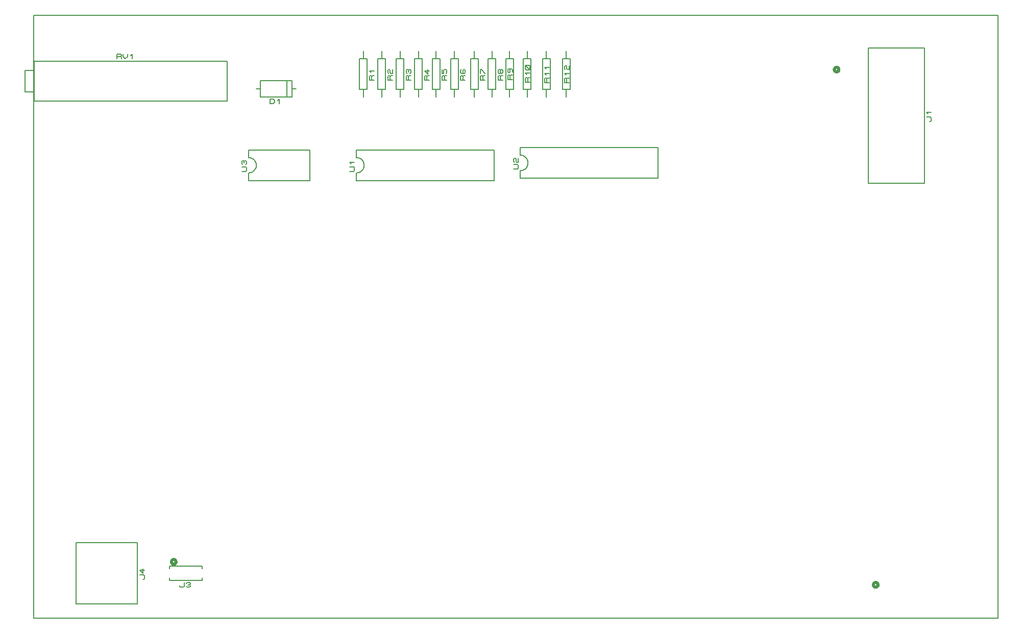
<source format=gbr>
G04 PROTEUS GERBER X2 FILE*
%TF.GenerationSoftware,Labcenter,Proteus,8.13-SP0-Build31525*%
%TF.CreationDate,2023-09-28T22:20:41+00:00*%
%TF.FileFunction,Legend,Top*%
%TF.FilePolarity,Positive*%
%TF.Part,Single*%
%TF.SameCoordinates,{6b1b6182-4d37-414e-9227-abf112f8db44}*%
%FSLAX45Y45*%
%MOMM*%
G01*
%TA.AperFunction,Profile*%
%ADD20C,0.203200*%
%TA.AperFunction,Material*%
%ADD22C,0.203200*%
%ADD23C,0.508000*%
%ADD24C,0.152400*%
%TD.AperFunction*%
D20*
X-8000000Y-5000000D02*
X+8000000Y-5000000D01*
X+8000000Y+5000000D01*
X-8000000Y+5000000D01*
X-8000000Y-5000000D01*
D22*
X-7988300Y+4241800D02*
X-4787900Y+4241800D01*
X-7988300Y+4241800D02*
X-7988300Y+3581400D01*
X-4787900Y+3581400D01*
X-4787900Y+4241800D02*
X-4787900Y+3581400D01*
X-7988300Y+4089400D02*
X-8140700Y+4089400D01*
X-8140700Y+3733800D01*
X-7988300Y+3733800D01*
X-6616700Y+4277360D02*
X-6616700Y+4353560D01*
X-6553200Y+4353560D01*
X-6540500Y+4340860D01*
X-6540500Y+4328160D01*
X-6553200Y+4315460D01*
X-6616700Y+4315460D01*
X-6553200Y+4315460D02*
X-6540500Y+4302760D01*
X-6540500Y+4277360D01*
X-6515100Y+4353560D02*
X-6515100Y+4315460D01*
X-6477000Y+4277360D01*
X-6438900Y+4315460D01*
X-6438900Y+4353560D01*
X-6388100Y+4328160D02*
X-6362700Y+4353560D01*
X-6362700Y+4277360D01*
X-4234180Y+3649980D02*
X-3716020Y+3649980D01*
X-3716020Y+3916680D01*
X-4234180Y+3916680D01*
X-4234180Y+3649980D01*
X-3797300Y+3652520D02*
X-3797300Y+3914140D01*
X-3644900Y+3784600D02*
X-3716020Y+3784600D01*
X-4234180Y+3784600D02*
X-4305300Y+3784600D01*
X-4076700Y+3538220D02*
X-4076700Y+3614420D01*
X-4025900Y+3614420D01*
X-4000500Y+3589020D01*
X-4000500Y+3563620D01*
X-4025900Y+3538220D01*
X-4076700Y+3538220D01*
X-3949700Y+3589020D02*
X-3924300Y+3614420D01*
X-3924300Y+3538220D01*
X-2527300Y+4406900D02*
X-2527300Y+4279900D01*
X-2590800Y+3771900D02*
X-2463800Y+3771900D01*
X-2463800Y+4279900D01*
X-2590800Y+4279900D01*
X-2590800Y+3771900D01*
X-2527300Y+3771900D02*
X-2527300Y+3644900D01*
X-2352040Y+3924300D02*
X-2428240Y+3924300D01*
X-2428240Y+3987800D01*
X-2415540Y+4000500D01*
X-2402840Y+4000500D01*
X-2390140Y+3987800D01*
X-2390140Y+3924300D01*
X-2390140Y+3987800D02*
X-2377440Y+4000500D01*
X-2352040Y+4000500D01*
X-2402840Y+4051300D02*
X-2428240Y+4076700D01*
X-2352040Y+4076700D01*
X-2222500Y+4406900D02*
X-2222500Y+4279900D01*
X-2286000Y+3771900D02*
X-2159000Y+3771900D01*
X-2159000Y+4279900D01*
X-2286000Y+4279900D01*
X-2286000Y+3771900D01*
X-2222500Y+3771900D02*
X-2222500Y+3644900D01*
X-2047240Y+3924300D02*
X-2123440Y+3924300D01*
X-2123440Y+3987800D01*
X-2110740Y+4000500D01*
X-2098040Y+4000500D01*
X-2085340Y+3987800D01*
X-2085340Y+3924300D01*
X-2085340Y+3987800D02*
X-2072640Y+4000500D01*
X-2047240Y+4000500D01*
X-2110740Y+4038600D02*
X-2123440Y+4051300D01*
X-2123440Y+4089400D01*
X-2110740Y+4102100D01*
X-2098040Y+4102100D01*
X-2085340Y+4089400D01*
X-2085340Y+4051300D01*
X-2072640Y+4038600D01*
X-2047240Y+4038600D01*
X-2047240Y+4102100D01*
X-1917700Y+4406900D02*
X-1917700Y+4279900D01*
X-1981200Y+3771900D02*
X-1854200Y+3771900D01*
X-1854200Y+4279900D01*
X-1981200Y+4279900D01*
X-1981200Y+3771900D01*
X-1917700Y+3771900D02*
X-1917700Y+3644900D01*
X-1742440Y+3924300D02*
X-1818640Y+3924300D01*
X-1818640Y+3987800D01*
X-1805940Y+4000500D01*
X-1793240Y+4000500D01*
X-1780540Y+3987800D01*
X-1780540Y+3924300D01*
X-1780540Y+3987800D02*
X-1767840Y+4000500D01*
X-1742440Y+4000500D01*
X-1805940Y+4038600D02*
X-1818640Y+4051300D01*
X-1818640Y+4089400D01*
X-1805940Y+4102100D01*
X-1793240Y+4102100D01*
X-1780540Y+4089400D01*
X-1767840Y+4102100D01*
X-1755140Y+4102100D01*
X-1742440Y+4089400D01*
X-1742440Y+4051300D01*
X-1755140Y+4038600D01*
X-1780540Y+4064000D02*
X-1780540Y+4089400D01*
X-1612900Y+4406900D02*
X-1612900Y+4279900D01*
X-1676400Y+3771900D02*
X-1549400Y+3771900D01*
X-1549400Y+4279900D01*
X-1676400Y+4279900D01*
X-1676400Y+3771900D01*
X-1612900Y+3771900D02*
X-1612900Y+3644900D01*
X-1437640Y+3924300D02*
X-1513840Y+3924300D01*
X-1513840Y+3987800D01*
X-1501140Y+4000500D01*
X-1488440Y+4000500D01*
X-1475740Y+3987800D01*
X-1475740Y+3924300D01*
X-1475740Y+3987800D02*
X-1463040Y+4000500D01*
X-1437640Y+4000500D01*
X-1463040Y+4102100D02*
X-1463040Y+4025900D01*
X-1513840Y+4076700D01*
X-1437640Y+4076700D01*
X-1320800Y+4406900D02*
X-1320800Y+4279900D01*
X-1384300Y+3771900D02*
X-1257300Y+3771900D01*
X-1257300Y+4279900D01*
X-1384300Y+4279900D01*
X-1384300Y+3771900D01*
X-1320800Y+3771900D02*
X-1320800Y+3644900D01*
X-1145540Y+3924300D02*
X-1221740Y+3924300D01*
X-1221740Y+3987800D01*
X-1209040Y+4000500D01*
X-1196340Y+4000500D01*
X-1183640Y+3987800D01*
X-1183640Y+3924300D01*
X-1183640Y+3987800D02*
X-1170940Y+4000500D01*
X-1145540Y+4000500D01*
X-1221740Y+4102100D02*
X-1221740Y+4038600D01*
X-1196340Y+4038600D01*
X-1196340Y+4089400D01*
X-1183640Y+4102100D01*
X-1158240Y+4102100D01*
X-1145540Y+4089400D01*
X-1145540Y+4051300D01*
X-1158240Y+4038600D01*
X-1016000Y+4406900D02*
X-1016000Y+4279900D01*
X-1079500Y+3771900D02*
X-952500Y+3771900D01*
X-952500Y+4279900D01*
X-1079500Y+4279900D01*
X-1079500Y+3771900D01*
X-1016000Y+3771900D02*
X-1016000Y+3644900D01*
X-840740Y+3924300D02*
X-916940Y+3924300D01*
X-916940Y+3987800D01*
X-904240Y+4000500D01*
X-891540Y+4000500D01*
X-878840Y+3987800D01*
X-878840Y+3924300D01*
X-878840Y+3987800D02*
X-866140Y+4000500D01*
X-840740Y+4000500D01*
X-904240Y+4102100D02*
X-916940Y+4089400D01*
X-916940Y+4051300D01*
X-904240Y+4038600D01*
X-853440Y+4038600D01*
X-840740Y+4051300D01*
X-840740Y+4089400D01*
X-853440Y+4102100D01*
X-866140Y+4102100D01*
X-878840Y+4089400D01*
X-878840Y+4038600D01*
X-685800Y+4406900D02*
X-685800Y+4279900D01*
X-749300Y+3771900D02*
X-622300Y+3771900D01*
X-622300Y+4279900D01*
X-749300Y+4279900D01*
X-749300Y+3771900D01*
X-685800Y+3771900D02*
X-685800Y+3644900D01*
X-510540Y+3924300D02*
X-586740Y+3924300D01*
X-586740Y+3987800D01*
X-574040Y+4000500D01*
X-561340Y+4000500D01*
X-548640Y+3987800D01*
X-548640Y+3924300D01*
X-548640Y+3987800D02*
X-535940Y+4000500D01*
X-510540Y+4000500D01*
X-586740Y+4038600D02*
X-586740Y+4102100D01*
X-574040Y+4102100D01*
X-510540Y+4038600D01*
X-393700Y+4406900D02*
X-393700Y+4279900D01*
X-457200Y+3771900D02*
X-330200Y+3771900D01*
X-330200Y+4279900D01*
X-457200Y+4279900D01*
X-457200Y+3771900D01*
X-393700Y+3771900D02*
X-393700Y+3644900D01*
X-218440Y+3924300D02*
X-294640Y+3924300D01*
X-294640Y+3987800D01*
X-281940Y+4000500D01*
X-269240Y+4000500D01*
X-256540Y+3987800D01*
X-256540Y+3924300D01*
X-256540Y+3987800D02*
X-243840Y+4000500D01*
X-218440Y+4000500D01*
X-256540Y+4051300D02*
X-269240Y+4038600D01*
X-281940Y+4038600D01*
X-294640Y+4051300D01*
X-294640Y+4089400D01*
X-281940Y+4102100D01*
X-269240Y+4102100D01*
X-256540Y+4089400D01*
X-256540Y+4051300D01*
X-243840Y+4038600D01*
X-231140Y+4038600D01*
X-218440Y+4051300D01*
X-218440Y+4089400D01*
X-231140Y+4102100D01*
X-243840Y+4102100D01*
X-256540Y+4089400D01*
X-101600Y+4406900D02*
X-101600Y+4279900D01*
X-165100Y+3771900D02*
X-38100Y+3771900D01*
X-38100Y+4279900D01*
X-165100Y+4279900D01*
X-165100Y+3771900D01*
X-101600Y+3771900D02*
X-101600Y+3644900D01*
X-56340Y+3934300D02*
X-132540Y+3934300D01*
X-132540Y+3997800D01*
X-119840Y+4010500D01*
X-107140Y+4010500D01*
X-94440Y+3997800D01*
X-94440Y+3934300D01*
X-94440Y+3997800D02*
X-81740Y+4010500D01*
X-56340Y+4010500D01*
X-107140Y+4112100D02*
X-94440Y+4099400D01*
X-94440Y+4061300D01*
X-107140Y+4048600D01*
X-119840Y+4048600D01*
X-132540Y+4061300D01*
X-132540Y+4099400D01*
X-119840Y+4112100D01*
X-69040Y+4112100D01*
X-56340Y+4099400D01*
X-56340Y+4061300D01*
X+190500Y+4406900D02*
X+190500Y+4279900D01*
X+127000Y+3771900D02*
X+254000Y+3771900D01*
X+254000Y+4279900D01*
X+127000Y+4279900D01*
X+127000Y+3771900D01*
X+190500Y+3771900D02*
X+190500Y+3644900D01*
X+235760Y+3893500D02*
X+159560Y+3893500D01*
X+159560Y+3957000D01*
X+172260Y+3969700D01*
X+184960Y+3969700D01*
X+197660Y+3957000D01*
X+197660Y+3893500D01*
X+197660Y+3957000D02*
X+210360Y+3969700D01*
X+235760Y+3969700D01*
X+184960Y+4020500D02*
X+159560Y+4045900D01*
X+235760Y+4045900D01*
X+223060Y+4096700D02*
X+172260Y+4096700D01*
X+159560Y+4109400D01*
X+159560Y+4160200D01*
X+172260Y+4172900D01*
X+223060Y+4172900D01*
X+235760Y+4160200D01*
X+235760Y+4109400D01*
X+223060Y+4096700D01*
X+235760Y+4096700D02*
X+159560Y+4172900D01*
X+508000Y+4406900D02*
X+508000Y+4279900D01*
X+444500Y+3771900D02*
X+571500Y+3771900D01*
X+571500Y+4279900D01*
X+444500Y+4279900D01*
X+444500Y+3771900D01*
X+508000Y+3771900D02*
X+508000Y+3644900D01*
X+553260Y+3883500D02*
X+477060Y+3883500D01*
X+477060Y+3947000D01*
X+489760Y+3959700D01*
X+502460Y+3959700D01*
X+515160Y+3947000D01*
X+515160Y+3883500D01*
X+515160Y+3947000D02*
X+527860Y+3959700D01*
X+553260Y+3959700D01*
X+502460Y+4010500D02*
X+477060Y+4035900D01*
X+553260Y+4035900D01*
X+502460Y+4112100D02*
X+477060Y+4137500D01*
X+553260Y+4137500D01*
X+838200Y+4406900D02*
X+838200Y+4279900D01*
X+774700Y+3771900D02*
X+901700Y+3771900D01*
X+901700Y+4279900D01*
X+774700Y+4279900D01*
X+774700Y+3771900D01*
X+838200Y+3771900D02*
X+838200Y+3644900D01*
X+883460Y+3883500D02*
X+807260Y+3883500D01*
X+807260Y+3947000D01*
X+819960Y+3959700D01*
X+832660Y+3959700D01*
X+845360Y+3947000D01*
X+845360Y+3883500D01*
X+845360Y+3947000D02*
X+858060Y+3959700D01*
X+883460Y+3959700D01*
X+832660Y+4010500D02*
X+807260Y+4035900D01*
X+883460Y+4035900D01*
X+819960Y+4099400D02*
X+807260Y+4112100D01*
X+807260Y+4150200D01*
X+819960Y+4162900D01*
X+832660Y+4162900D01*
X+845360Y+4150200D01*
X+845360Y+4112100D01*
X+858060Y+4099400D01*
X+883460Y+4099400D01*
X+883460Y+4162900D01*
X-2641600Y+2260600D02*
X-2641600Y+2387600D01*
X-2514600Y+2514600D02*
X-2517036Y+2540476D01*
X-2524085Y+2564448D01*
X-2535362Y+2586038D01*
X-2550478Y+2604770D01*
X-2569046Y+2620169D01*
X-2590681Y+2631758D01*
X-2614994Y+2639060D01*
X-2641600Y+2641600D01*
X-2514600Y+2514600D02*
X-2517036Y+2487994D01*
X-2524085Y+2463681D01*
X-2535362Y+2442046D01*
X-2550478Y+2423478D01*
X-2569046Y+2408362D01*
X-2590681Y+2397085D01*
X-2614994Y+2390036D01*
X-2641600Y+2387600D01*
X-2641600Y+2641600D02*
X-2641600Y+2768600D01*
X-355600Y+2260600D02*
X-355600Y+2768600D01*
X-2641600Y+2260600D02*
X-355600Y+2260600D01*
X-355600Y+2768600D02*
X-2641600Y+2768600D01*
X-2753360Y+2413000D02*
X-2689860Y+2413000D01*
X-2677160Y+2425700D01*
X-2677160Y+2476500D01*
X-2689860Y+2489200D01*
X-2753360Y+2489200D01*
X-2727960Y+2540000D02*
X-2753360Y+2565400D01*
X-2677160Y+2565400D01*
X+76200Y+2298700D02*
X+76200Y+2425700D01*
X+203200Y+2552700D02*
X+200764Y+2578576D01*
X+193715Y+2602548D01*
X+182438Y+2624138D01*
X+167322Y+2642870D01*
X+148754Y+2658269D01*
X+127119Y+2669858D01*
X+102806Y+2677160D01*
X+76200Y+2679700D01*
X+203200Y+2552700D02*
X+200764Y+2526094D01*
X+193715Y+2501781D01*
X+182438Y+2480146D01*
X+167322Y+2461578D01*
X+148754Y+2446462D01*
X+127119Y+2435185D01*
X+102806Y+2428136D01*
X+76200Y+2425700D01*
X+76200Y+2679700D02*
X+76200Y+2806700D01*
X+2362200Y+2298700D02*
X+2362200Y+2806700D01*
X+76200Y+2298700D02*
X+2362200Y+2298700D01*
X+2362200Y+2806700D02*
X+76200Y+2806700D01*
X-35560Y+2451100D02*
X+27940Y+2451100D01*
X+40640Y+2463800D01*
X+40640Y+2514600D01*
X+27940Y+2527300D01*
X-35560Y+2527300D01*
X-22860Y+2565400D02*
X-35560Y+2578100D01*
X-35560Y+2616200D01*
X-22860Y+2628900D01*
X-10160Y+2628900D01*
X+2540Y+2616200D01*
X+2540Y+2578100D01*
X+15240Y+2565400D01*
X+40640Y+2565400D01*
X+40640Y+2628900D01*
D23*
X+5359400Y+4102100D02*
X+5359269Y+4105258D01*
X+5358203Y+4111576D01*
X+5355972Y+4117894D01*
X+5352327Y+4124212D01*
X+5346752Y+4130451D01*
X+5340434Y+4135047D01*
X+5334116Y+4137980D01*
X+5327798Y+4139642D01*
X+5321480Y+4140200D01*
X+5321300Y+4140200D01*
X+5283200Y+4102100D02*
X+5283331Y+4105258D01*
X+5284397Y+4111576D01*
X+5286628Y+4117894D01*
X+5290273Y+4124212D01*
X+5295848Y+4130451D01*
X+5302166Y+4135047D01*
X+5308484Y+4137980D01*
X+5314802Y+4139642D01*
X+5321120Y+4140200D01*
X+5321300Y+4140200D01*
X+5283200Y+4102100D02*
X+5283331Y+4098942D01*
X+5284397Y+4092624D01*
X+5286628Y+4086306D01*
X+5290273Y+4079988D01*
X+5295848Y+4073749D01*
X+5302166Y+4069153D01*
X+5308484Y+4066220D01*
X+5314802Y+4064558D01*
X+5321120Y+4064000D01*
X+5321300Y+4064000D01*
X+5359400Y+4102100D02*
X+5359269Y+4098942D01*
X+5358203Y+4092624D01*
X+5355972Y+4086306D01*
X+5352327Y+4079988D01*
X+5346752Y+4073749D01*
X+5340434Y+4069153D01*
X+5334116Y+4066220D01*
X+5327798Y+4064558D01*
X+5321480Y+4064000D01*
X+5321300Y+4064000D01*
D24*
X+5844540Y+4462780D02*
X+5844540Y+2217420D01*
X+6776720Y+2217420D01*
X+6776720Y+4462780D01*
X+5844540Y+4462780D01*
D22*
X+6860540Y+3238500D02*
X+6873240Y+3238500D01*
X+6885940Y+3251200D01*
X+6885940Y+3302000D01*
X+6873240Y+3314700D01*
X+6809740Y+3314700D01*
X+6835140Y+3365500D02*
X+6809740Y+3390900D01*
X+6885940Y+3390900D01*
X-6273800Y-3746500D02*
X-7289800Y-3746500D01*
X-6273800Y-4762500D02*
X-7289800Y-4762500D01*
X-7289800Y-3746500D02*
X-7289800Y-4762500D01*
X-6273800Y-3746500D02*
X-6273800Y-4762500D01*
X-6187440Y-4356100D02*
X-6174740Y-4356100D01*
X-6162040Y-4343400D01*
X-6162040Y-4292600D01*
X-6174740Y-4279900D01*
X-6238240Y-4279900D01*
X-6187440Y-4178300D02*
X-6187440Y-4254500D01*
X-6238240Y-4203700D01*
X-6162040Y-4203700D01*
X-4432300Y+2641600D02*
X-4432300Y+2768600D01*
X-3416300Y+2768600D01*
X-3416300Y+2260600D01*
X-4432300Y+2260600D01*
X-4432300Y+2387600D01*
X-4305300Y+2514600D02*
X-4307736Y+2540476D01*
X-4314785Y+2564448D01*
X-4326062Y+2586038D01*
X-4341178Y+2604770D01*
X-4359746Y+2620169D01*
X-4381381Y+2631758D01*
X-4405694Y+2639060D01*
X-4432300Y+2641600D01*
X-4305300Y+2514600D02*
X-4307736Y+2487994D01*
X-4314785Y+2463681D01*
X-4326062Y+2442046D01*
X-4341178Y+2423478D01*
X-4359746Y+2408362D01*
X-4381381Y+2397085D01*
X-4405694Y+2390036D01*
X-4432300Y+2387600D01*
X-4544060Y+2413000D02*
X-4480560Y+2413000D01*
X-4467860Y+2425700D01*
X-4467860Y+2476500D01*
X-4480560Y+2489200D01*
X-4544060Y+2489200D01*
X-4531360Y+2527300D02*
X-4544060Y+2540000D01*
X-4544060Y+2578100D01*
X-4531360Y+2590800D01*
X-4518660Y+2590800D01*
X-4505960Y+2578100D01*
X-4493260Y+2590800D01*
X-4480560Y+2590800D01*
X-4467860Y+2578100D01*
X-4467860Y+2540000D01*
X-4480560Y+2527300D01*
X-4505960Y+2552700D02*
X-4505960Y+2578100D01*
D23*
X+6007100Y-4445000D02*
X+6006969Y-4441842D01*
X+6005903Y-4435524D01*
X+6003672Y-4429206D01*
X+6000027Y-4422888D01*
X+5994452Y-4416649D01*
X+5988134Y-4412053D01*
X+5981816Y-4409120D01*
X+5975498Y-4407458D01*
X+5969180Y-4406900D01*
X+5969000Y-4406900D01*
X+5930900Y-4445000D02*
X+5931031Y-4441842D01*
X+5932097Y-4435524D01*
X+5934328Y-4429206D01*
X+5937973Y-4422888D01*
X+5943548Y-4416649D01*
X+5949866Y-4412053D01*
X+5956184Y-4409120D01*
X+5962502Y-4407458D01*
X+5968820Y-4406900D01*
X+5969000Y-4406900D01*
X+5930900Y-4445000D02*
X+5931031Y-4448158D01*
X+5932097Y-4454476D01*
X+5934328Y-4460794D01*
X+5937973Y-4467112D01*
X+5943548Y-4473351D01*
X+5949866Y-4477947D01*
X+5956184Y-4480880D01*
X+5962502Y-4482542D01*
X+5968820Y-4483100D01*
X+5969000Y-4483100D01*
X+6007100Y-4445000D02*
X+6006969Y-4448158D01*
X+6005903Y-4454476D01*
X+6003672Y-4460794D01*
X+6000027Y-4467112D01*
X+5994452Y-4473351D01*
X+5988134Y-4477947D01*
X+5981816Y-4480880D01*
X+5975498Y-4482542D01*
X+5969180Y-4483100D01*
X+5969000Y-4483100D01*
X-5635600Y-4064000D02*
X-5635731Y-4060842D01*
X-5636797Y-4054524D01*
X-5639028Y-4048206D01*
X-5642673Y-4041888D01*
X-5648248Y-4035649D01*
X-5654566Y-4031053D01*
X-5660884Y-4028120D01*
X-5667202Y-4026458D01*
X-5673520Y-4025900D01*
X-5673700Y-4025900D01*
X-5711800Y-4064000D02*
X-5711669Y-4060842D01*
X-5710603Y-4054524D01*
X-5708372Y-4048206D01*
X-5704727Y-4041888D01*
X-5699152Y-4035649D01*
X-5692834Y-4031053D01*
X-5686516Y-4028120D01*
X-5680198Y-4026458D01*
X-5673880Y-4025900D01*
X-5673700Y-4025900D01*
X-5711800Y-4064000D02*
X-5711669Y-4067158D01*
X-5710603Y-4073476D01*
X-5708372Y-4079794D01*
X-5704727Y-4086112D01*
X-5699152Y-4092351D01*
X-5692834Y-4096947D01*
X-5686516Y-4099880D01*
X-5680198Y-4101542D01*
X-5673880Y-4102100D01*
X-5673700Y-4102100D01*
X-5635600Y-4064000D02*
X-5635731Y-4067158D01*
X-5636797Y-4073476D01*
X-5639028Y-4079794D01*
X-5642673Y-4086112D01*
X-5648248Y-4092351D01*
X-5654566Y-4096947D01*
X-5660884Y-4099880D01*
X-5667202Y-4101542D01*
X-5673520Y-4102100D01*
X-5673700Y-4102100D01*
D24*
X-5203850Y-4135120D02*
X-5743550Y-4135120D01*
X-5743550Y-4178635D01*
X-5743550Y-4373880D02*
X-5203850Y-4373880D01*
X-5203850Y-4330365D01*
X-5203850Y-4178635D02*
X-5203850Y-4135120D01*
X-5743550Y-4330365D02*
X-5743550Y-4373880D01*
D22*
X-5575300Y-4457700D02*
X-5575300Y-4470400D01*
X-5562600Y-4483100D01*
X-5511800Y-4483100D01*
X-5499100Y-4470400D01*
X-5499100Y-4406900D01*
X-5461000Y-4419600D02*
X-5448300Y-4406900D01*
X-5410200Y-4406900D01*
X-5397500Y-4419600D01*
X-5397500Y-4432300D01*
X-5410200Y-4445000D01*
X-5397500Y-4457700D01*
X-5397500Y-4470400D01*
X-5410200Y-4483100D01*
X-5448300Y-4483100D01*
X-5461000Y-4470400D01*
X-5435600Y-4445000D02*
X-5410200Y-4445000D01*
M02*

</source>
